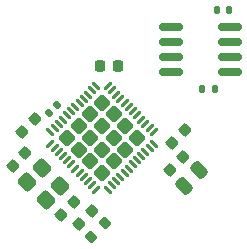
<source format=gtp>
%TF.GenerationSoftware,KiCad,Pcbnew,9.0.2-9.0.2-0~ubuntu22.04.1*%
%TF.CreationDate,2025-05-12T22:54:36+03:00*%
%TF.ProjectId,endpoint-driver,656e6470-6f69-46e7-942d-647269766572,rev?*%
%TF.SameCoordinates,Original*%
%TF.FileFunction,Paste,Top*%
%TF.FilePolarity,Positive*%
%FSLAX46Y46*%
G04 Gerber Fmt 4.6, Leading zero omitted, Abs format (unit mm)*
G04 Created by KiCad (PCBNEW 9.0.2-9.0.2-0~ubuntu22.04.1) date 2025-05-12 22:54:36*
%MOMM*%
%LPD*%
G01*
G04 APERTURE LIST*
G04 Aperture macros list*
%AMRoundRect*
0 Rectangle with rounded corners*
0 $1 Rounding radius*
0 $2 $3 $4 $5 $6 $7 $8 $9 X,Y pos of 4 corners*
0 Add a 4 corners polygon primitive as box body*
4,1,4,$2,$3,$4,$5,$6,$7,$8,$9,$2,$3,0*
0 Add four circle primitives for the rounded corners*
1,1,$1+$1,$2,$3*
1,1,$1+$1,$4,$5*
1,1,$1+$1,$6,$7*
1,1,$1+$1,$8,$9*
0 Add four rect primitives between the rounded corners*
20,1,$1+$1,$2,$3,$4,$5,0*
20,1,$1+$1,$4,$5,$6,$7,0*
20,1,$1+$1,$6,$7,$8,$9,0*
20,1,$1+$1,$8,$9,$2,$3,0*%
G04 Aperture macros list end*
%ADD10RoundRect,0.225000X0.017678X-0.335876X0.335876X-0.017678X-0.017678X0.335876X-0.335876X0.017678X0*%
%ADD11RoundRect,0.250000X0.159099X-0.512652X0.512652X-0.159099X-0.159099X0.512652X-0.512652X0.159099X0*%
%ADD12RoundRect,0.225000X-0.017678X0.335876X-0.335876X0.017678X0.017678X-0.335876X0.335876X-0.017678X0*%
%ADD13RoundRect,0.135000X0.035355X-0.226274X0.226274X-0.035355X-0.035355X0.226274X-0.226274X0.035355X0*%
%ADD14RoundRect,0.250000X-0.565685X0.070711X0.070711X-0.565685X0.565685X-0.070711X-0.070711X0.565685X0*%
%ADD15RoundRect,0.135000X0.135000X0.185000X-0.135000X0.185000X-0.135000X-0.185000X0.135000X-0.185000X0*%
%ADD16RoundRect,0.225000X0.225000X0.250000X-0.225000X0.250000X-0.225000X-0.250000X0.225000X-0.250000X0*%
%ADD17RoundRect,0.250000X0.000000X-0.445477X0.445477X0.000000X0.000000X0.445477X-0.445477X0.000000X0*%
%ADD18RoundRect,0.062500X-0.220971X-0.309359X0.309359X0.220971X0.220971X0.309359X-0.309359X-0.220971X0*%
%ADD19RoundRect,0.062500X0.220971X-0.309359X0.309359X-0.220971X-0.220971X0.309359X-0.309359X0.220971X0*%
%ADD20RoundRect,0.200000X0.053033X-0.335876X0.335876X-0.053033X-0.053033X0.335876X-0.335876X0.053033X0*%
%ADD21RoundRect,0.150000X-0.825000X-0.150000X0.825000X-0.150000X0.825000X0.150000X-0.825000X0.150000X0*%
G04 APERTURE END LIST*
D10*
%TO.C,C11*%
X16374144Y13783180D03*
X15278128Y12687164D03*
%TD*%
D11*
%TO.C,C8*%
X25648148Y15088249D03*
X26991650Y16431751D03*
%TD*%
D10*
%TO.C,C5*%
X24711891Y18711992D03*
X25807907Y19808008D03*
%TD*%
%TO.C,C4*%
X24511891Y16421992D03*
X25607907Y17518008D03*
%TD*%
D12*
%TO.C,C9*%
X17887907Y13018008D03*
X16791891Y11921992D03*
%TD*%
D13*
%TO.C,R11*%
X14219325Y21259426D03*
X14940573Y21980674D03*
%TD*%
D14*
%TO.C,X1*%
X12427278Y15461949D03*
X13982913Y13906314D03*
X15184994Y15108395D03*
X13629359Y16664030D03*
%TD*%
D15*
%TO.C,R5*%
X28510000Y30040000D03*
X29530000Y30040000D03*
%TD*%
D10*
%TO.C,C10*%
X11168128Y16777164D03*
X12264144Y17873180D03*
%TD*%
D16*
%TO.C,C6*%
X20085000Y25270000D03*
X18535000Y25270000D03*
%TD*%
D17*
%TO.C,U2*%
X15780152Y19179949D03*
X16770101Y18190000D03*
X17760051Y17200050D03*
X18750000Y16210101D03*
X16770101Y20169898D03*
X17760051Y19179949D03*
X18750000Y18190000D03*
X19739949Y17200050D03*
X17760051Y21159848D03*
X18750000Y20169898D03*
X19739949Y19179949D03*
X20729899Y18190000D03*
X18750000Y22149797D03*
X19739949Y21159848D03*
X20729899Y20169898D03*
X21719848Y19179949D03*
D18*
X14374777Y18693813D03*
X14728330Y18340260D03*
X15081884Y17986706D03*
X15435437Y17633153D03*
X15788990Y17279600D03*
X16142544Y16926046D03*
X16496097Y16572493D03*
X16849651Y16218939D03*
X17203204Y15865386D03*
X17556757Y15511833D03*
X17910311Y15158279D03*
X18263864Y14804726D03*
D19*
X19236136Y14804726D03*
X19589689Y15158279D03*
X19943243Y15511833D03*
X20296796Y15865386D03*
X20650349Y16218939D03*
X21003903Y16572493D03*
X21357456Y16926046D03*
X21711010Y17279600D03*
X22064563Y17633153D03*
X22418116Y17986706D03*
X22771670Y18340260D03*
X23125223Y18693813D03*
D18*
X23125223Y19666085D03*
X22771670Y20019638D03*
X22418116Y20373192D03*
X22064563Y20726745D03*
X21711010Y21080298D03*
X21357456Y21433852D03*
X21003903Y21787405D03*
X20650349Y22140959D03*
X20296796Y22494512D03*
X19943243Y22848065D03*
X19589689Y23201619D03*
X19236136Y23555172D03*
D19*
X18263864Y23555172D03*
X17910311Y23201619D03*
X17556757Y22848065D03*
X17203204Y22494512D03*
X16849651Y22140959D03*
X16496097Y21787405D03*
X16142544Y21433852D03*
X15788990Y21080298D03*
X15435437Y20726745D03*
X15081884Y20373192D03*
X14728330Y20019638D03*
X14374777Y19666085D03*
%TD*%
D12*
%TO.C,C7*%
X13047957Y20788058D03*
X11951941Y19692042D03*
%TD*%
D20*
%TO.C,R4*%
X17846536Y10806637D03*
X19013262Y11973363D03*
%TD*%
D15*
%TO.C,R6*%
X27250000Y23315000D03*
X28270000Y23315000D03*
%TD*%
D21*
%TO.C,U3*%
X29545000Y28580000D03*
X29545000Y27310000D03*
X29545000Y26040000D03*
X29545000Y24770000D03*
X24595000Y24770000D03*
X24595000Y26040000D03*
X24595000Y27310000D03*
X24595000Y28580000D03*
%TD*%
M02*

</source>
